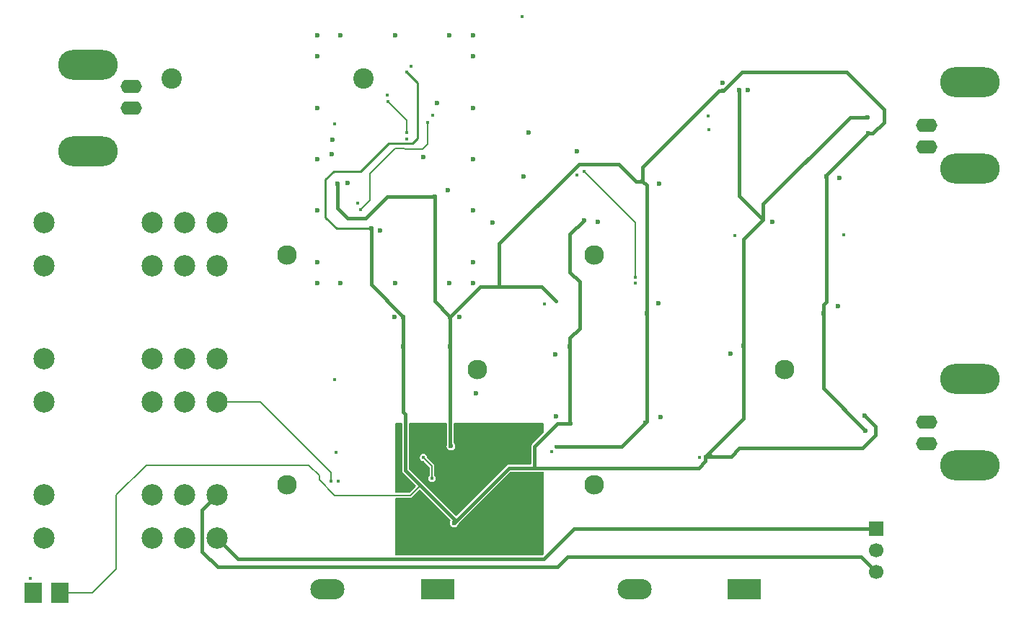
<source format=gbl>
%TF.GenerationSoftware,KiCad,Pcbnew,9.0.3*%
%TF.CreationDate,2025-08-29T14:27:28-04:00*%
%TF.ProjectId,Simple_LFLNA_RevA,53696d70-6c65-45f4-9c46-4c4e415f5265,rev?*%
%TF.SameCoordinates,Original*%
%TF.FileFunction,Copper,L4,Bot*%
%TF.FilePolarity,Positive*%
%FSLAX46Y46*%
G04 Gerber Fmt 4.6, Leading zero omitted, Abs format (unit mm)*
G04 Created by KiCad (PCBNEW 9.0.3) date 2025-08-29 14:27:28*
%MOMM*%
%LPD*%
G01*
G04 APERTURE LIST*
%TA.AperFunction,ComponentPad*%
%ADD10O,7.000000X3.500000*%
%TD*%
%TA.AperFunction,ComponentPad*%
%ADD11O,2.500000X1.600000*%
%TD*%
%TA.AperFunction,ComponentPad*%
%ADD12C,2.500000*%
%TD*%
%TA.AperFunction,WasherPad*%
%ADD13C,2.300000*%
%TD*%
%TA.AperFunction,ComponentPad*%
%ADD14R,4.020000X2.410000*%
%TD*%
%TA.AperFunction,ComponentPad*%
%ADD15O,4.020000X2.410000*%
%TD*%
%TA.AperFunction,ComponentPad*%
%ADD16R,1.700000X1.700000*%
%TD*%
%TA.AperFunction,ComponentPad*%
%ADD17C,1.700000*%
%TD*%
%TA.AperFunction,SMDPad,CuDef*%
%ADD18R,2.010000X2.390000*%
%TD*%
%TA.AperFunction,ComponentPad*%
%ADD19C,2.400000*%
%TD*%
%TA.AperFunction,ViaPad*%
%ADD20C,0.600000*%
%TD*%
%TA.AperFunction,ViaPad*%
%ADD21C,0.450000*%
%TD*%
%TA.AperFunction,Conductor*%
%ADD22C,0.150000*%
%TD*%
%TA.AperFunction,Conductor*%
%ADD23C,0.250000*%
%TD*%
%TA.AperFunction,Conductor*%
%ADD24C,0.400000*%
%TD*%
G04 APERTURE END LIST*
D10*
%TO.P,J2,2,Ext*%
%TO.N,GND*%
X39306206Y-93759869D03*
D11*
X44386206Y-86139869D03*
D10*
X39306206Y-83599869D03*
D11*
%TO.P,J2,1,In*%
%TO.N,Net-(J2-In)*%
X44386206Y-88679869D03*
%TD*%
D12*
%TO.P,SW3,1,A*%
%TO.N,GND*%
X46836206Y-123219869D03*
%TO.P,SW3,2,B*%
%TO.N,Net-(SW3A-B)*%
X50646206Y-123219869D03*
%TO.P,SW3,3,C*%
%TO.N,-9V*%
X54456206Y-123219869D03*
%TO.P,SW3,4,A*%
%TO.N,unconnected-(SW3B-A-Pad4)*%
X46836206Y-118139869D03*
%TO.P,SW3,5,B*%
%TO.N,unconnected-(SW3B-B-Pad5)*%
X50646206Y-118139869D03*
%TO.P,SW3,6,C*%
%TO.N,unconnected-(SW3B-C-Pad6)*%
X54456206Y-118139869D03*
%TO.P,SW3,MP*%
%TO.N,N/C*%
X34136206Y-123219869D03*
X34136206Y-118139869D03*
%TD*%
%TO.P,SW2,1,A*%
%TO.N,Net-(BT1-+)*%
X46836206Y-139219869D03*
%TO.P,SW2,2,B*%
%TO.N,Net-(SW2A-B)*%
X50646206Y-139219869D03*
%TO.P,SW2,3,C*%
%TO.N,EXT_V+*%
X54456206Y-139219869D03*
%TO.P,SW2,4,A*%
%TO.N,Net-(BT2--)*%
X46836206Y-134139869D03*
%TO.P,SW2,5,B*%
%TO.N,Net-(SW2B-B)*%
X50646206Y-134139869D03*
%TO.P,SW2,6,C*%
%TO.N,EXT_V-*%
X54456206Y-134139869D03*
%TO.P,SW2,MP*%
%TO.N,N/C*%
X34136206Y-139219869D03*
X34136206Y-134139869D03*
%TD*%
%TO.P,SW1,1,A*%
%TO.N,unconnected-(SW1A-A-Pad1)*%
X46836206Y-107219869D03*
%TO.P,SW1,2,B*%
%TO.N,GND*%
X50646206Y-107219869D03*
%TO.P,SW1,3,C*%
%TO.N,/Q1_INP*%
X54456206Y-107219869D03*
%TO.P,SW1,4,A*%
%TO.N,Net-(J2-In)*%
X46836206Y-102139869D03*
%TO.P,SW1,5,B*%
%TO.N,Net-(SW1B-B)*%
X50646206Y-102139869D03*
%TO.P,SW1,6,C*%
%TO.N,unconnected-(SW1B-C-Pad6)*%
X54456206Y-102139869D03*
%TO.P,SW1,MP*%
%TO.N,N/C*%
X34136206Y-107219869D03*
X34136206Y-102139869D03*
%TD*%
D11*
%TO.P,J5,1,In*%
%TO.N,Net-(J5-In)*%
X137756206Y-90679869D03*
D10*
%TO.P,J5,2,Ext*%
%TO.N,GND*%
X142836206Y-95759869D03*
D11*
X137756206Y-93219869D03*
D10*
X142836206Y-85599869D03*
%TD*%
D11*
%TO.P,J1,1,In*%
%TO.N,Net-(J1-In)*%
X137756206Y-125599869D03*
D10*
%TO.P,J1,2,Ext*%
%TO.N,GND*%
X142836206Y-130679869D03*
D11*
X137756206Y-128139869D03*
D10*
X142836206Y-120519869D03*
%TD*%
D13*
%TO.P,BT2,*%
%TO.N,*%
X98701206Y-132909869D03*
X121051206Y-119419869D03*
X98701206Y-105939869D03*
D14*
%TO.P,BT2,1,+*%
%TO.N,GND*%
X116321206Y-145199869D03*
D15*
%TO.P,BT2,2,-*%
%TO.N,Net-(BT2--)*%
X103441206Y-145199869D03*
%TD*%
D13*
%TO.P,BT1,*%
%TO.N,*%
X62701206Y-132909869D03*
X85051206Y-119419869D03*
X62701206Y-105939869D03*
D14*
%TO.P,BT1,1,+*%
%TO.N,Net-(BT1-+)*%
X80321206Y-145199869D03*
D15*
%TO.P,BT1,2,-*%
%TO.N,GND*%
X67441206Y-145199869D03*
%TD*%
D16*
%TO.P,J4,1,Pin_1*%
%TO.N,EXT_V+*%
X131836206Y-138139869D03*
D17*
%TO.P,J4,2,Pin_2*%
%TO.N,GND*%
X131836206Y-140679869D03*
%TO.P,J4,3,Pin_3*%
%TO.N,EXT_V-*%
X131836206Y-143219869D03*
%TD*%
D18*
%TO.P,D4,1,K*%
%TO.N,-6V*%
X36036206Y-145679869D03*
%TO.P,D4,2,A*%
%TO.N,Net-(D4-A)*%
X32836206Y-145679869D03*
%TD*%
D19*
%TO.P,C13,1*%
%TO.N,Net-(SW1B-B)*%
X49136206Y-85179869D03*
%TO.P,C13,2*%
%TO.N,/Q1_INP*%
X71636206Y-85179869D03*
%TD*%
D20*
%TO.N,GND*%
X80836206Y-132179869D03*
X81836206Y-130679869D03*
X75836206Y-132179869D03*
X79336206Y-126679869D03*
X79336206Y-128179869D03*
X77336206Y-137179869D03*
X81836206Y-139179869D03*
X79336206Y-135679869D03*
X78836206Y-137179869D03*
X80836206Y-138679869D03*
X75836206Y-138179869D03*
X75836206Y-128179869D03*
X75836206Y-130679869D03*
X75836206Y-133179869D03*
X75836206Y-135679869D03*
X88336206Y-140679869D03*
X90836206Y-140679869D03*
X90836206Y-138179869D03*
X88336206Y-138179869D03*
X85836206Y-135679869D03*
X88336206Y-135679869D03*
X90836206Y-135679869D03*
X90836206Y-133179869D03*
X88336206Y-133179869D03*
X88336206Y-128179869D03*
X85836206Y-128179869D03*
D21*
%TO.N,Net-(D4-A)*%
X32836206Y-145679869D03*
D20*
%TO.N,+6V*%
X81836206Y-116679869D03*
%TO.N,-6V*%
X76336206Y-116679869D03*
%TO.N,GND*%
X86836206Y-102129869D03*
X84836206Y-122179869D03*
D21*
X32486206Y-143979869D03*
D20*
%TO.N,+6V*%
X81911206Y-128404869D03*
D21*
%TO.N,GND*%
X103536206Y-109229869D03*
%TO.N,Net-(C11-Pad2)*%
X103536206Y-108579869D03*
%TO.N,GND*%
X96686206Y-96529869D03*
%TO.N,Net-(C11-Pad2)*%
X97511206Y-96079869D03*
D20*
%TO.N,GND*%
X116786206Y-86529869D03*
X113780875Y-85674538D03*
D21*
X112095147Y-89626309D03*
X112186206Y-91229869D03*
X90286206Y-77879869D03*
X68636206Y-132529869D03*
%TO.N,-9V*%
X67836206Y-132529869D03*
%TO.N,GND*%
X68461206Y-129154869D03*
%TO.N,+9V*%
X78686206Y-129729869D03*
X79686206Y-132179869D03*
%TO.N,GND*%
X68286206Y-120579869D03*
D20*
X82886206Y-113179869D03*
%TO.N,+6V*%
X81836206Y-113179869D03*
%TO.N,-6V*%
X76336206Y-113179869D03*
%TO.N,GND*%
X75286206Y-113179869D03*
D21*
X92886206Y-111679869D03*
D20*
%TO.N,+6V*%
X130586206Y-126579869D03*
%TO.N,-6V*%
X130486206Y-124779869D03*
X130836206Y-89729869D03*
%TO.N,+6V*%
X130911206Y-91654869D03*
%TO.N,-6V*%
X115786206Y-86529869D03*
%TO.N,+6V*%
X113886206Y-86629869D03*
D21*
%TO.N,GND*%
X85186206Y-138929869D03*
D20*
X80386206Y-137479869D03*
%TO.N,-6V*%
X82286206Y-137429869D03*
%TO.N,GND*%
X81086206Y-128529869D03*
X80936206Y-130679869D03*
X78386206Y-131629869D03*
X78536206Y-130679869D03*
D21*
X85036206Y-130329869D03*
X77236206Y-83779869D03*
%TO.N,-6V*%
X76686206Y-84429869D03*
%TO.N,GND*%
X79736206Y-89479869D03*
%TO.N,/D_INV*%
X79186206Y-90314869D03*
%TO.N,GND*%
X111136206Y-129729869D03*
%TO.N,-6V*%
X111811206Y-129629869D03*
%TO.N,GND*%
X93736206Y-129079869D03*
%TO.N,+6V*%
X94261206Y-128454869D03*
D20*
%TO.N,GND*%
X94286206Y-124929869D03*
%TO.N,+6V*%
X104736206Y-125679869D03*
%TO.N,-6V*%
X95936206Y-125774869D03*
%TO.N,GND*%
X106486206Y-124979869D03*
X80236206Y-88029869D03*
X78686206Y-94379869D03*
%TO.N,+6V*%
X79986206Y-99044869D03*
%TO.N,GND*%
X81586206Y-98279869D03*
%TO.N,-6V*%
X72561206Y-102829869D03*
%TO.N,GND*%
X73586206Y-103079869D03*
X67986206Y-92379869D03*
X67886206Y-94079869D03*
%TO.N,+6V*%
X68561206Y-97579869D03*
%TO.N,GND*%
X69736206Y-97429869D03*
D21*
X70986206Y-99829869D03*
X74436206Y-87179869D03*
%TO.N,/LTP_COMM*%
X74486206Y-87929869D03*
%TO.N,GND*%
X76736206Y-92279869D03*
%TO.N,/LTP_COMM*%
X76736206Y-91579869D03*
%TO.N,GND*%
X68236206Y-90529869D03*
%TO.N,/D_INV*%
X71286206Y-100629869D03*
D20*
%TO.N,+6V*%
X125636206Y-112774869D03*
%TO.N,GND*%
X127386206Y-111929869D03*
D21*
X128036206Y-103529869D03*
X115236206Y-103629869D03*
D20*
X90398706Y-96679869D03*
D21*
%TO.N,+6V*%
X94236206Y-111379869D03*
D20*
%TO.N,GND*%
X91036206Y-91529869D03*
X96686206Y-93779869D03*
X94186206Y-117629869D03*
%TO.N,-6V*%
X95886206Y-116679869D03*
%TO.N,+6V*%
X104886206Y-112774869D03*
%TO.N,GND*%
X114736206Y-117529869D03*
%TO.N,-6V*%
X116286206Y-116584869D03*
%TO.N,+6V*%
X125998706Y-96742369D03*
%TO.N,GND*%
X127536206Y-96879869D03*
X119636206Y-102079869D03*
%TO.N,-6V*%
X118561206Y-101779869D03*
%TO.N,+6V*%
X104436206Y-97274869D03*
%TO.N,GND*%
X106386206Y-97579869D03*
%TO.N,-6V*%
X97536206Y-101829869D03*
%TO.N,GND*%
X99136206Y-102029869D03*
X106286206Y-111629869D03*
X66186206Y-88679869D03*
X66186206Y-94679869D03*
X66186206Y-100679869D03*
X66186206Y-106769869D03*
X66186206Y-109259869D03*
X68961206Y-109259869D03*
X75336206Y-109259869D03*
X81711206Y-109259869D03*
X84486206Y-109259869D03*
X84486206Y-106769869D03*
X84486206Y-100679869D03*
X84486206Y-94679869D03*
X84486206Y-88679869D03*
X84486206Y-82589869D03*
X84486206Y-80099869D03*
X81711206Y-80099869D03*
X75336206Y-80099869D03*
X68961206Y-80099869D03*
X66186206Y-80099869D03*
X66186206Y-82589869D03*
%TD*%
D22*
%TO.N,Net-(C11-Pad2)*%
X103536206Y-102104869D02*
X97511206Y-96079869D01*
X103536206Y-108579869D02*
X103536206Y-102104869D01*
D23*
%TO.N,-6V*%
X68486206Y-102829869D02*
X72561206Y-102829869D01*
X67186206Y-101529869D02*
X68486206Y-102829869D01*
X67186206Y-97079869D02*
X67186206Y-101529869D01*
X68136206Y-96129869D02*
X67186206Y-97079869D01*
X77986206Y-92229869D02*
X77386206Y-92829869D01*
X74586206Y-92829869D02*
X71286206Y-96129869D01*
X71286206Y-96129869D02*
X68136206Y-96129869D01*
X77986206Y-85729869D02*
X77986206Y-92229869D01*
X77386206Y-92829869D02*
X74586206Y-92829869D01*
X76686206Y-84429869D02*
X77986206Y-85729869D01*
D22*
%TO.N,/LTP_COMM*%
X76686206Y-91529869D02*
X76736206Y-91579869D01*
X76686206Y-90129869D02*
X76686206Y-91529869D01*
X74486206Y-87929869D02*
X76686206Y-90129869D01*
%TO.N,/D_INV*%
X72436206Y-99479869D02*
X71286206Y-100629869D01*
X72436206Y-96329869D02*
X72436206Y-99479869D01*
X75386206Y-93379869D02*
X72436206Y-96329869D01*
X76520520Y-93479869D02*
X76420520Y-93379869D01*
X76420520Y-93379869D02*
X75386206Y-93379869D01*
X78586206Y-93479869D02*
X76520520Y-93479869D01*
X79186206Y-92879869D02*
X78586206Y-93479869D01*
X79186206Y-90314869D02*
X79186206Y-92879869D01*
%TO.N,-9V*%
X59536206Y-123219869D02*
X54456206Y-123219869D01*
X67836206Y-131519869D02*
X59536206Y-123219869D01*
X67836206Y-132529869D02*
X67836206Y-131519869D01*
D24*
%TO.N,EXT_V+*%
X56916206Y-141679869D02*
X54456206Y-139219869D01*
X92786206Y-141679869D02*
X56916206Y-141679869D01*
X96326206Y-138139869D02*
X92786206Y-141679869D01*
X131836206Y-138139869D02*
X96326206Y-138139869D01*
%TO.N,EXT_V-*%
X95586206Y-141429869D02*
X130046206Y-141429869D01*
X94386206Y-142629869D02*
X95586206Y-141429869D01*
X130046206Y-141429869D02*
X131836206Y-143219869D01*
X54536206Y-142629869D02*
X94386206Y-142629869D01*
X52686206Y-135909869D02*
X52686206Y-140779869D01*
X52686206Y-140779869D02*
X54536206Y-142629869D01*
X54456206Y-134139869D02*
X52686206Y-135909869D01*
D22*
%TO.N,-6V*%
X77136206Y-134179869D02*
X78311206Y-133004869D01*
X68286206Y-134179869D02*
X77136206Y-134179869D01*
X66486206Y-132379869D02*
X68286206Y-134179869D01*
X66486206Y-131879869D02*
X66486206Y-132379869D01*
X65236206Y-130629869D02*
X66486206Y-131879869D01*
X46136206Y-130629869D02*
X65236206Y-130629869D01*
X42636206Y-142829869D02*
X42636206Y-134129869D01*
X39786206Y-145679869D02*
X42636206Y-142829869D01*
X42636206Y-134129869D02*
X46136206Y-130629869D01*
X36036206Y-145679869D02*
X39786206Y-145679869D01*
D24*
%TO.N,+6V*%
X81836206Y-116679869D02*
X81836206Y-128329869D01*
%TO.N,-6V*%
X76336206Y-116679869D02*
X76336206Y-113179869D01*
%TO.N,+6V*%
X92536206Y-109679869D02*
X87586206Y-109679869D01*
X94236206Y-111379869D02*
X92536206Y-109679869D01*
X116086206Y-84429869D02*
X113886206Y-86629869D01*
X128336206Y-84429869D02*
X116086206Y-84429869D01*
X132736206Y-88829869D02*
X128336206Y-84429869D01*
X132736206Y-90329869D02*
X132736206Y-88829869D01*
X131411206Y-91654869D02*
X132736206Y-90329869D01*
X130911206Y-91654869D02*
X131411206Y-91654869D01*
%TO.N,-6V*%
X78311206Y-133004869D02*
X76586206Y-131279869D01*
%TO.N,+6V*%
X96936206Y-95229869D02*
X87586206Y-104579869D01*
X87586206Y-104579869D02*
X87586206Y-109679869D01*
X101586206Y-95229869D02*
X96936206Y-95229869D01*
X104436206Y-97274869D02*
X103631206Y-97274869D01*
X103631206Y-97274869D02*
X101586206Y-95229869D01*
%TO.N,-6V*%
X91736206Y-128429869D02*
X91736206Y-130979869D01*
X91736206Y-130979869D02*
X110986206Y-130979869D01*
X95936206Y-125774869D02*
X94391206Y-125774869D01*
X94391206Y-125774869D02*
X91736206Y-128429869D01*
%TO.N,+6V*%
X81836206Y-128329869D02*
X81911206Y-128404869D01*
X81836206Y-113179869D02*
X81836206Y-116679869D01*
%TO.N,-6V*%
X76336206Y-124429869D02*
X76336206Y-116679869D01*
X76586206Y-124679869D02*
X76336206Y-124429869D01*
X82286206Y-136979869D02*
X78311206Y-133004869D01*
X76586206Y-131279869D02*
X76586206Y-124679869D01*
X82286206Y-137429869D02*
X82286206Y-136979869D01*
X111811206Y-130154869D02*
X111811206Y-129629869D01*
X110986206Y-130979869D02*
X111811206Y-130154869D01*
X88736206Y-130979869D02*
X91736206Y-130979869D01*
X82286206Y-137429869D02*
X88736206Y-130979869D01*
%TO.N,+6V*%
X87586206Y-109679869D02*
X85336206Y-109679869D01*
X101961206Y-128454869D02*
X94261206Y-128454869D01*
X104736206Y-125679869D02*
X101961206Y-128454869D01*
%TO.N,-6V*%
X112273706Y-129367369D02*
X112536206Y-129629869D01*
X112536206Y-129629869D02*
X111811206Y-129629869D01*
X112273706Y-129167369D02*
X112273706Y-129367369D01*
X112273706Y-129167369D02*
X111811206Y-129629869D01*
X114786206Y-129629869D02*
X112536206Y-129629869D01*
X115786206Y-128629869D02*
X114786206Y-129629869D01*
X130236206Y-128629869D02*
X115786206Y-128629869D01*
X131786206Y-126079869D02*
X131786206Y-127079869D01*
X131786206Y-127079869D02*
X130236206Y-128629869D01*
X130486206Y-124779869D02*
X131786206Y-126079869D01*
X118561206Y-99954869D02*
X118561206Y-101779869D01*
X130836206Y-89729869D02*
X128786206Y-89729869D01*
X128786206Y-89729869D02*
X118561206Y-99954869D01*
%TO.N,+6V*%
X125998706Y-96567369D02*
X125998706Y-96742369D01*
X130911206Y-91654869D02*
X125998706Y-96567369D01*
%TO.N,-6V*%
X115786206Y-99004869D02*
X115786206Y-86529869D01*
X118561206Y-101779869D02*
X115786206Y-99004869D01*
%TO.N,+6V*%
X113386206Y-86629869D02*
X113886206Y-86629869D01*
X104436206Y-95579869D02*
X113386206Y-86629869D01*
X104436206Y-97274869D02*
X104436206Y-95579869D01*
X85336206Y-109679869D02*
X81836206Y-113179869D01*
%TO.N,-6V*%
X95886206Y-103479869D02*
X97536206Y-101829869D01*
X97036206Y-109079869D02*
X95886206Y-107929869D01*
X97036206Y-114529869D02*
X97036206Y-109079869D01*
X95886206Y-115679869D02*
X97036206Y-114529869D01*
X95886206Y-107929869D02*
X95886206Y-103479869D01*
X116286206Y-125154869D02*
X112273706Y-129167369D01*
X116286206Y-104054869D02*
X116286206Y-125154869D01*
X118561206Y-101779869D02*
X116286206Y-104054869D01*
%TO.N,+6V*%
X125636206Y-121629869D02*
X130586206Y-126579869D01*
X125636206Y-111774869D02*
X125636206Y-121629869D01*
X125998706Y-111412369D02*
X125636206Y-111774869D01*
X125998706Y-96742369D02*
X125998706Y-111412369D01*
X104886206Y-97724869D02*
X104436206Y-97274869D01*
X104886206Y-125529869D02*
X104886206Y-97724869D01*
X104736206Y-125679869D02*
X104886206Y-125529869D01*
%TO.N,-6V*%
X95886206Y-125724869D02*
X95936206Y-125774869D01*
X95886206Y-115679869D02*
X95886206Y-125724869D01*
X72561206Y-109404869D02*
X76336206Y-113179869D01*
X72561206Y-102829869D02*
X72561206Y-109404869D01*
%TO.N,+6V*%
X74421206Y-99044869D02*
X79986206Y-99044869D01*
X69736206Y-101579869D02*
X71886206Y-101579869D01*
X68561206Y-100404869D02*
X69736206Y-101579869D01*
X71886206Y-101579869D02*
X74421206Y-99044869D01*
X68561206Y-97579869D02*
X68561206Y-100404869D01*
X79986206Y-111329869D02*
X81836206Y-113179869D01*
X79986206Y-99044869D02*
X79986206Y-111329869D01*
D22*
%TO.N,+9V*%
X79686206Y-130729869D02*
X78686206Y-129729869D01*
X79686206Y-132179869D02*
X79686206Y-130729869D01*
%TD*%
%TA.AperFunction,Conductor*%
%TO.N,GND*%
G36*
X92779245Y-131400054D02*
G01*
X92825000Y-131452858D01*
X92836206Y-131504369D01*
X92836206Y-141012114D01*
X92827561Y-141041554D01*
X92821038Y-141071541D01*
X92817283Y-141076556D01*
X92816521Y-141079153D01*
X92799887Y-141099795D01*
X92656632Y-141243050D01*
X92595309Y-141276535D01*
X92568951Y-141279369D01*
X75460206Y-141279369D01*
X75393167Y-141259684D01*
X75347412Y-141206880D01*
X75336206Y-141155369D01*
X75336206Y-134579369D01*
X75355891Y-134512330D01*
X75408695Y-134466575D01*
X75460206Y-134455369D01*
X77191005Y-134455369D01*
X77191006Y-134455369D01*
X77292264Y-134413426D01*
X77369763Y-134335927D01*
X78135136Y-133570554D01*
X78196459Y-133537069D01*
X78266151Y-133542053D01*
X78310498Y-133570554D01*
X81809931Y-137069987D01*
X81843416Y-137131310D01*
X81838432Y-137201002D01*
X81829638Y-137219666D01*
X81819816Y-137236678D01*
X81819814Y-137236683D01*
X81785706Y-137363977D01*
X81785706Y-137495761D01*
X81802760Y-137559408D01*
X81819814Y-137623056D01*
X81852760Y-137680119D01*
X81885706Y-137737183D01*
X81978892Y-137830369D01*
X82077727Y-137887432D01*
X82089027Y-137893956D01*
X82093020Y-137896261D01*
X82220314Y-137930369D01*
X82220316Y-137930369D01*
X82352096Y-137930369D01*
X82352098Y-137930369D01*
X82479392Y-137896261D01*
X82593520Y-137830369D01*
X82686706Y-137737183D01*
X82752598Y-137623055D01*
X82778106Y-137527855D01*
X82810198Y-137472268D01*
X88865780Y-131416688D01*
X88927103Y-131383203D01*
X88953461Y-131380369D01*
X92712206Y-131380369D01*
X92779245Y-131400054D01*
G37*
%TD.AperFunction*%
%TA.AperFunction,Conductor*%
G36*
X81378745Y-125699554D02*
G01*
X81424500Y-125752358D01*
X81435706Y-125803869D01*
X81435706Y-128229349D01*
X81431481Y-128261441D01*
X81410706Y-128338975D01*
X81410706Y-128470760D01*
X81444814Y-128598056D01*
X81473144Y-128647124D01*
X81510706Y-128712183D01*
X81603892Y-128805369D01*
X81718020Y-128871261D01*
X81845314Y-128905369D01*
X81845316Y-128905369D01*
X81977096Y-128905369D01*
X81977098Y-128905369D01*
X82104392Y-128871261D01*
X82218520Y-128805369D01*
X82311706Y-128712183D01*
X82377598Y-128598055D01*
X82411706Y-128470761D01*
X82411706Y-128338977D01*
X82377598Y-128211683D01*
X82311706Y-128097555D01*
X82273025Y-128058874D01*
X82239540Y-127997551D01*
X82236706Y-127971193D01*
X82236706Y-125803869D01*
X82256391Y-125736830D01*
X82309195Y-125691075D01*
X82360706Y-125679869D01*
X92623995Y-125679869D01*
X92648177Y-125682250D01*
X92688552Y-125690281D01*
X92733249Y-125708796D01*
X92757119Y-125724746D01*
X92791328Y-125758955D01*
X92807278Y-125782825D01*
X92825794Y-125827524D01*
X92833823Y-125867889D01*
X92836206Y-125892079D01*
X92836206Y-126712114D01*
X92816521Y-126779153D01*
X92799887Y-126799795D01*
X91415728Y-128183953D01*
X91415726Y-128183956D01*
X91370990Y-128261441D01*
X91362999Y-128275281D01*
X91345932Y-128338977D01*
X91345932Y-128338978D01*
X91345931Y-128338977D01*
X91335706Y-128377138D01*
X91335706Y-130455369D01*
X91316021Y-130522408D01*
X91263217Y-130568163D01*
X91211706Y-130579369D01*
X88683479Y-130579369D01*
X88581619Y-130606662D01*
X88581616Y-130606663D01*
X88490291Y-130659390D01*
X82598887Y-136550795D01*
X82537564Y-136584280D01*
X82467872Y-136579296D01*
X82423525Y-136550795D01*
X77023025Y-131150295D01*
X76989540Y-131088972D01*
X76986706Y-131062614D01*
X76986706Y-129673851D01*
X78260706Y-129673851D01*
X78260706Y-129785887D01*
X78289703Y-129894106D01*
X78345721Y-129991132D01*
X78424943Y-130070354D01*
X78521969Y-130126372D01*
X78630188Y-130155369D01*
X78670729Y-130155369D01*
X78737768Y-130175054D01*
X78758410Y-130191688D01*
X79374387Y-130807665D01*
X79407872Y-130868988D01*
X79410706Y-130895346D01*
X79410706Y-131802259D01*
X79391021Y-131869298D01*
X79374387Y-131889940D01*
X79345723Y-131918603D01*
X79345719Y-131918609D01*
X79289704Y-132015629D01*
X79289703Y-132015632D01*
X79260706Y-132123851D01*
X79260706Y-132235887D01*
X79289703Y-132344106D01*
X79345721Y-132441132D01*
X79424943Y-132520354D01*
X79521969Y-132576372D01*
X79630188Y-132605369D01*
X79630190Y-132605369D01*
X79742222Y-132605369D01*
X79742224Y-132605369D01*
X79850443Y-132576372D01*
X79947469Y-132520354D01*
X80026691Y-132441132D01*
X80082709Y-132344106D01*
X80111706Y-132235887D01*
X80111706Y-132123851D01*
X80082709Y-132015632D01*
X80026691Y-131918606D01*
X79998025Y-131889940D01*
X79964540Y-131828617D01*
X79961706Y-131802259D01*
X79961706Y-130675070D01*
X79961705Y-130675066D01*
X79955233Y-130659441D01*
X79955211Y-130659390D01*
X79955211Y-130659389D01*
X79919764Y-130573811D01*
X79148025Y-129802072D01*
X79114540Y-129740749D01*
X79111706Y-129714391D01*
X79111706Y-129673853D01*
X79111706Y-129673851D01*
X79082709Y-129565632D01*
X79026691Y-129468606D01*
X78947469Y-129389384D01*
X78850443Y-129333366D01*
X78742224Y-129304369D01*
X78630188Y-129304369D01*
X78521969Y-129333366D01*
X78521966Y-129333367D01*
X78424946Y-129389382D01*
X78424940Y-129389386D01*
X78345723Y-129468603D01*
X78345719Y-129468609D01*
X78289704Y-129565629D01*
X78289703Y-129565632D01*
X78260706Y-129673851D01*
X76986706Y-129673851D01*
X76986706Y-125803869D01*
X77006391Y-125736830D01*
X77059195Y-125691075D01*
X77110706Y-125679869D01*
X81311706Y-125679869D01*
X81378745Y-125699554D01*
G37*
%TD.AperFunction*%
%TA.AperFunction,Conductor*%
G36*
X76128745Y-125699554D02*
G01*
X76174500Y-125752358D01*
X76185706Y-125803869D01*
X76185706Y-131227142D01*
X76185706Y-131332596D01*
X76198506Y-131380369D01*
X76212999Y-131434458D01*
X76223623Y-131452858D01*
X76265726Y-131525782D01*
X76265728Y-131525784D01*
X77745521Y-133005577D01*
X77779006Y-133066900D01*
X77774022Y-133136592D01*
X77745521Y-133180939D01*
X77058410Y-133868050D01*
X76997087Y-133901535D01*
X76970729Y-133904369D01*
X75460206Y-133904369D01*
X75393167Y-133884684D01*
X75347412Y-133831880D01*
X75336206Y-133780369D01*
X75336206Y-125892079D01*
X75338587Y-125867898D01*
X75346618Y-125827520D01*
X75365133Y-125782825D01*
X75381083Y-125758955D01*
X75415292Y-125724746D01*
X75439162Y-125708796D01*
X75483859Y-125690281D01*
X75524233Y-125682250D01*
X75548417Y-125679869D01*
X76061706Y-125679869D01*
X76128745Y-125699554D01*
G37*
%TD.AperFunction*%
%TD*%
M02*

</source>
